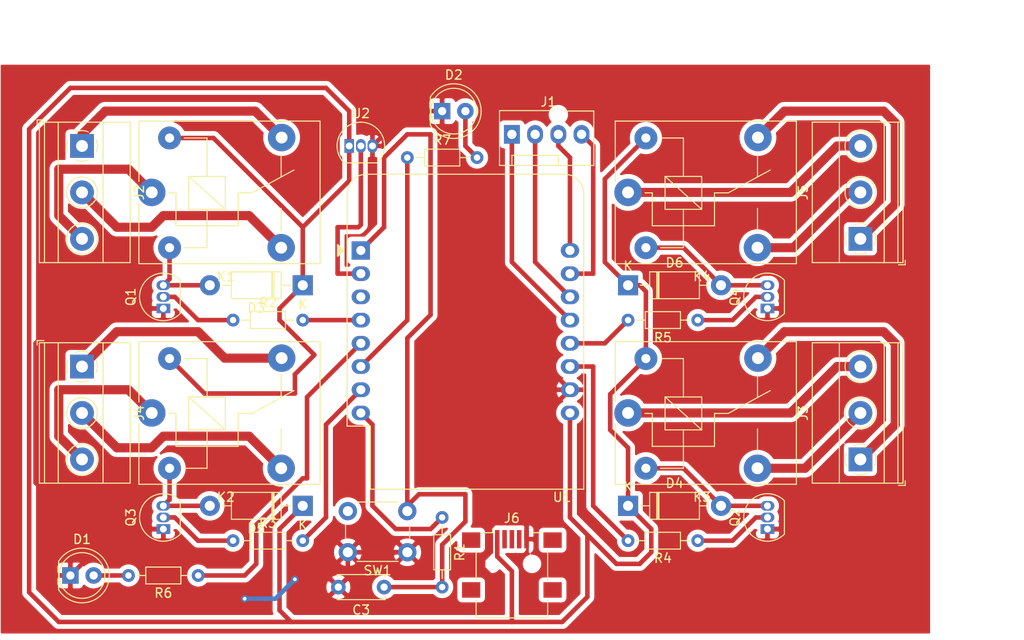
<source format=kicad_pcb>
(kicad_pcb (version 20171130) (host pcbnew 5.1.9+dfsg1-1+deb11u1)
  (layers (0 F.Cu signal) (31 B.Cu signal hide) (34 B.Paste user) (35 F.Paste user) (36 B.SilkS user) (37 F.SilkS user) (38 B.Mask user) (39 F.Mask user) (44 Edge.Cuts user))
  (net 0 "")
  (net 1 "Net-(C3-Pad1)")
  (net 2 GND)
  (net 3 "Net-(D1-Pad2)")
  (net 4 "Net-(D2-Pad2)")
  (net 5 "Net-(D3-Pad2)")
  (net 6 +5V)
  (net 7 "Net-(D4-Pad2)")
  (net 8 "Net-(D5-Pad2)")
  (net 9 "Net-(D6-Pad2)")
  (net 10 "Net-(J1-Pad1)")
  (net 11 "Net-(J1-Pad2)")
  (net 12 "Net-(J1-Pad3)")
  (net 13 "Net-(J1-Pad4)")
  (net 14 "Net-(J2-Pad1)")
  (net 15 "Net-(J2-Pad2)")
  (net 16 "Net-(J2-Pad3)")
  (net 17 "Net-(J3-Pad1)")
  (net 18 "Net-(J3-Pad2)")
  (net 19 "Net-(J3-Pad3)")
  (net 20 "Net-(J4-Pad3)")
  (net 21 "Net-(J4-Pad2)")
  (net 22 "Net-(J4-Pad1)")
  (net 23 "Net-(J5-Pad3)")
  (net 24 "Net-(J5-Pad2)")
  (net 25 "Net-(J5-Pad1)")
  (net 26 "Net-(J6-Pad2)")
  (net 27 "Net-(J6-Pad3)")
  (net 28 "Net-(J6-Pad4)")
  (net 29 "Net-(J6-Pad6)")
  (net 30 "Net-(Q1-Pad2)")
  (net 31 "Net-(Q2-Pad2)")
  (net 32 "Net-(Q3-Pad2)")
  (net 33 "Net-(Q4-Pad2)")
  (net 34 "Net-(R1-Pad1)")
  (net 35 "Net-(R2-Pad2)")
  (net 36 "Net-(R3-Pad2)")
  (net 37 "Net-(R4-Pad2)")
  (net 38 "Net-(R5-Pad2)")
  (net 39 "Net-(R6-Pad1)")
  (net 40 "Net-(R7-Pad1)")
  (net 41 "Net-(U1-Pad2)")
  (net 42 "Net-(U1-Pad3)")
  (module Relay_THT:Relay_SPDT_SANYOU_SRD_Series_Form_C (layer F.Cu) (at 88.9 -487.68)
    (fp_text reference K4 (at 8.1 9.2) (layer F.SilkS))
    (fp_text value SANYOU_SRD_Form_C)
    (pad 1 thru_hole circle (at 0 0 90) (size 3 3) (drill 1.3) (layers *.Cu *.Mask) (net 23 "Net-(J5-Pad3)"))
    (pad 5 thru_hole circle (at 1.95 -5.95 90) (size 2.5 2.5) (drill 1) (layers *.Cu *.Mask) (net 6 +5V))
    (pad 4 thru_hole circle (at 14.2 -6 90) (size 3 3) (drill 1.3) (layers *.Cu *.Mask) (net 25 "Net-(J5-Pad1)"))
    (pad 3 thru_hole circle (at 14.15 6.05 90) (size 3 3) (drill 1.3) (layers *.Cu *.Mask) (net 24 "Net-(J5-Pad2)"))
    (pad 2 thru_hole circle (at 1.95 6.05 90) (size 2.5 2.5) (drill 1) (layers *.Cu *.Mask) (net 9 "Net-(D6-Pad2)"))
  )
  (module TerminalBlock_Phoenix:TerminalBlock_Phoenix_MKDS-1,5-3-5.08_1x03_P5.08mm_Horizontal (layer F.Cu) (at 114.3 -458.47 90)
    (fp_text reference J3 (at 5.08 -6.26 90) (layer F.SilkS))
    (fp_text value Screw_Terminal_01x03)
    (pad 1 thru_hole rect (at 0 0 90) (size 2.6 2.6) (drill 1.3) (layers *.Cu *.Mask) (net 17 "Net-(J3-Pad1)"))
    (pad 2 thru_hole circle (at 5.08 0 90) (size 2.6 2.6) (drill 1.3) (layers *.Cu *.Mask) (net 18 "Net-(J3-Pad2)"))
    (pad 3 thru_hole circle (at 10.16 0 90) (size 2.6 2.6) (drill 1.3) (layers *.Cu *.Mask) (net 19 "Net-(J3-Pad3)"))
  )
  (module Capacitor_THT:C_Disc_D5.0mm_W2.5mm_P5.00mm (layer F.Cu) (at 62.23 -444.5 180)
    (fp_text reference C3 (at 2.5 -2.5) (layer F.SilkS))
    (fp_text value 100nf)
    (pad 1 thru_hole circle (at 0 0 180) (size 1.6 1.6) (drill 0.8) (layers *.Cu *.Mask) (net 1 "Net-(C3-Pad1)"))
    (pad 2 thru_hole circle (at 5 0 180) (size 1.6 1.6) (drill 0.8) (layers *.Cu *.Mask) (net 2 GND))
  )
  (module LED_THT:LED_D5.0mm (layer F.Cu) (at 27.94 -445.77)
    (fp_text reference D1 (at 1.27 -3.96) (layer F.SilkS))
    (fp_text value LED)
    (pad 1 thru_hole rect (at 0 0) (size 1.8 1.8) (drill 0.9) (layers *.Cu *.Mask) (net 2 GND))
    (pad 2 thru_hole circle (at 2.54 0) (size 1.8 1.8) (drill 0.9) (layers *.Cu *.Mask) (net 3 "Net-(D1-Pad2)"))
  )
  (module LED_THT:LED_D5.0mm (layer F.Cu) (at 68.58 -496.57)
    (fp_text reference D2 (at 1.27 -3.96) (layer F.SilkS))
    (fp_text value LED)
    (pad 2 thru_hole circle (at 2.54 0) (size 1.8 1.8) (drill 0.9) (layers *.Cu *.Mask) (net 4 "Net-(D2-Pad2)"))
    (pad 1 thru_hole rect (at 0 0) (size 1.8 1.8) (drill 0.9) (layers *.Cu *.Mask) (net 2 GND))
  )
  (module Diode_THT:D_DO-41_SOD81_P10.16mm_Horizontal (layer F.Cu) (at 53.34 -477.52 180)
    (fp_text reference D3 (at 5.08 -2.47) (layer F.SilkS))
    (fp_text value 1N4001)
    (fp_text user K (at 0 -2.1) (layer F.SilkS))
    (pad 2 thru_hole oval (at 10.16 0 180) (size 2.2 2.2) (drill 1.1) (layers *.Cu *.Mask) (net 5 "Net-(D3-Pad2)"))
    (pad 1 thru_hole rect (at 0 0 180) (size 2.2 2.2) (drill 1.1) (layers *.Cu *.Mask) (net 6 +5V))
  )
  (module Diode_THT:D_DO-41_SOD81_P10.16mm_Horizontal (layer F.Cu) (at 88.9 -453.39)
    (fp_text reference D4 (at 5.08 -2.47) (layer F.SilkS))
    (fp_text value 1N4001)
    (fp_text user K (at 0 -2.1) (layer F.SilkS))
    (pad 1 thru_hole rect (at 0 0) (size 2.2 2.2) (drill 1.1) (layers *.Cu *.Mask) (net 6 +5V))
    (pad 2 thru_hole oval (at 10.16 0) (size 2.2 2.2) (drill 1.1) (layers *.Cu *.Mask) (net 7 "Net-(D4-Pad2)"))
  )
  (module Diode_THT:D_DO-41_SOD81_P10.16mm_Horizontal (layer F.Cu) (at 53.34 -453.39 180)
    (fp_text reference D5 (at 5.08 -2.47) (layer F.SilkS))
    (fp_text value 1N4001)
    (fp_text user K (at 0 -2.1) (layer F.SilkS))
    (pad 2 thru_hole oval (at 10.16 0 180) (size 2.2 2.2) (drill 1.1) (layers *.Cu *.Mask) (net 8 "Net-(D5-Pad2)"))
    (pad 1 thru_hole rect (at 0 0 180) (size 2.2 2.2) (drill 1.1) (layers *.Cu *.Mask) (net 6 +5V))
  )
  (module Diode_THT:D_DO-41_SOD81_P10.16mm_Horizontal (layer F.Cu) (at 88.9 -477.52)
    (fp_text reference D6 (at 5.08 -2.47) (layer F.SilkS))
    (fp_text value 1N4001)
    (fp_text user K (at 0 -2.1) (layer F.SilkS))
    (pad 1 thru_hole rect (at 0 0) (size 2.2 2.2) (drill 1.1) (layers *.Cu *.Mask) (net 6 +5V))
    (pad 2 thru_hole oval (at 10.16 0) (size 2.2 2.2) (drill 1.1) (layers *.Cu *.Mask) (net 9 "Net-(D6-Pad2)"))
  )
  (module Connector:FanPinHeader_1x04_P2.54mm_Vertical (layer F.Cu) (at 76.2 -494.03)
    (fp_text reference J1 (at 4 -3.55) (layer F.SilkS))
    (fp_text value Screw_Terminal_01x04)
    (pad 1 thru_hole rect (at 0 0 90) (size 2.03 1.73) (drill 1.02) (layers *.Cu *.Mask) (net 10 "Net-(J1-Pad1)"))
    (pad 2 thru_hole oval (at 2.54 0 90) (size 2.03 1.73) (drill 1.02) (layers *.Cu *.Mask) (net 11 "Net-(J1-Pad2)"))
    (pad 3 thru_hole oval (at 5.08 0 90) (size 2.03 1.73) (drill 1.02) (layers *.Cu *.Mask) (net 12 "Net-(J1-Pad3)"))
    (pad 4 thru_hole oval (at 7.62 0 90) (size 2.03 1.73) (drill 1.02) (layers *.Cu *.Mask) (net 13 "Net-(J1-Pad4)"))
    (pad "" np_thru_hole circle (at 5.08 -2.16 90) (size 1.1 1.1) (drill 1.1) (layers *.Cu *.Mask))
  )
  (module TerminalBlock_Phoenix:TerminalBlock_Phoenix_MKDS-1,5-3-5.08_1x03_P5.08mm_Horizontal (layer F.Cu) (at 29.21 -492.76 270)
    (fp_text reference J2 (at 5.08 -6.26 90) (layer F.SilkS))
    (fp_text value Screw_Terminal_01x03)
    (pad 1 thru_hole rect (at 0 0 270) (size 2.6 2.6) (drill 1.3) (layers *.Cu *.Mask) (net 14 "Net-(J2-Pad1)"))
    (pad 2 thru_hole circle (at 5.08 0 270) (size 2.6 2.6) (drill 1.3) (layers *.Cu *.Mask) (net 15 "Net-(J2-Pad2)"))
    (pad 3 thru_hole circle (at 10.16 0 270) (size 2.6 2.6) (drill 1.3) (layers *.Cu *.Mask) (net 16 "Net-(J2-Pad3)"))
  )
  (module TerminalBlock_Phoenix:TerminalBlock_Phoenix_MKDS-1,5-3-5.08_1x03_P5.08mm_Horizontal (layer F.Cu) (at 29.21 -468.63 270)
    (fp_text reference J4 (at 5.08 -6.26 90) (layer F.SilkS))
    (fp_text value Screw_Terminal_01x03)
    (pad 3 thru_hole circle (at 10.16 0 270) (size 2.6 2.6) (drill 1.3) (layers *.Cu *.Mask) (net 20 "Net-(J4-Pad3)"))
    (pad 2 thru_hole circle (at 5.08 0 270) (size 2.6 2.6) (drill 1.3) (layers *.Cu *.Mask) (net 21 "Net-(J4-Pad2)"))
    (pad 1 thru_hole rect (at 0 0 270) (size 2.6 2.6) (drill 1.3) (layers *.Cu *.Mask) (net 22 "Net-(J4-Pad1)"))
  )
  (module TerminalBlock_Phoenix:TerminalBlock_Phoenix_MKDS-1,5-3-5.08_1x03_P5.08mm_Horizontal (layer F.Cu) (at 114.3 -482.6 90)
    (fp_text reference J5 (at 5.08 -6.26 90) (layer F.SilkS))
    (fp_text value Screw_Terminal_01x03)
    (pad 3 thru_hole circle (at 10.16 0 90) (size 2.6 2.6) (drill 1.3) (layers *.Cu *.Mask) (net 23 "Net-(J5-Pad3)"))
    (pad 2 thru_hole circle (at 5.08 0 90) (size 2.6 2.6) (drill 1.3) (layers *.Cu *.Mask) (net 24 "Net-(J5-Pad2)"))
    (pad 1 thru_hole rect (at 0 0 90) (size 2.6 2.6) (drill 1.3) (layers *.Cu *.Mask) (net 25 "Net-(J5-Pad1)"))
  )
  (module Connector_USB:USB_Mini-B_Lumberg_2486_01_Horizontal (layer F.Cu) (at 76.2 -447.04)
    (fp_text reference J6 (at 0 -5) (layer F.SilkS))
    (fp_text value USB_B_Mini)
    (pad 1 smd rect (at -1.6 -2.7) (size 0.5 2) (layers F.Cu F.Paste F.Mask) (net 6 +5V))
    (pad 2 smd rect (at -0.8 -2.7) (size 0.5 2) (layers F.Cu F.Paste F.Mask) (net 26 "Net-(J6-Pad2)"))
    (pad 3 smd rect (at 0 -2.7) (size 0.5 2) (layers F.Cu F.Paste F.Mask) (net 27 "Net-(J6-Pad3)"))
    (pad 4 smd rect (at 0.8 -2.7) (size 0.5 2) (layers F.Cu F.Paste F.Mask) (net 28 "Net-(J6-Pad4)"))
    (pad 5 smd rect (at 1.6 -2.7) (size 0.5 2) (layers F.Cu F.Paste F.Mask) (net 2 GND))
    (pad 6 smd rect (at -4.45 -2.6) (size 2 1.7) (layers F.Cu F.Paste F.Mask) (net 29 "Net-(J6-Pad6)"))
    (pad 6 smd rect (at -4.45 2.85) (size 2 1.7) (layers F.Cu F.Paste F.Mask) (net 29 "Net-(J6-Pad6)"))
    (pad 6 smd rect (at 4.45 -2.6) (size 2 1.7) (layers F.Cu F.Paste F.Mask) (net 29 "Net-(J6-Pad6)"))
    (pad 6 smd rect (at 4.45 2.85) (size 2 1.7) (layers F.Cu F.Paste F.Mask) (net 29 "Net-(J6-Pad6)"))
    (pad "" np_thru_hole circle (at -2.2 0) (size 1 1) (drill 1) (layers *.Cu *.Mask))
    (pad "" np_thru_hole circle (at 2.2 0) (size 1 1) (drill 1) (layers *.Cu *.Mask))
  )
  (module Relay_THT:Relay_SPDT_SANYOU_SRD_Series_Form_C (layer F.Cu) (at 36.83 -487.68)
    (fp_text reference K1 (at 8.1 9.2) (layer F.SilkS))
    (fp_text value SANYOU_SRD_Form_C)
    (pad 1 thru_hole circle (at 0 0 90) (size 3 3) (drill 1.3) (layers *.Cu *.Mask) (net 16 "Net-(J2-Pad3)"))
    (pad 5 thru_hole circle (at 1.95 -5.95 90) (size 2.5 2.5) (drill 1) (layers *.Cu *.Mask) (net 6 +5V))
    (pad 4 thru_hole circle (at 14.2 -6 90) (size 3 3) (drill 1.3) (layers *.Cu *.Mask) (net 14 "Net-(J2-Pad1)"))
    (pad 3 thru_hole circle (at 14.15 6.05 90) (size 3 3) (drill 1.3) (layers *.Cu *.Mask) (net 15 "Net-(J2-Pad2)"))
    (pad 2 thru_hole circle (at 1.95 6.05 90) (size 2.5 2.5) (drill 1) (layers *.Cu *.Mask) (net 5 "Net-(D3-Pad2)"))
  )
  (module Relay_THT:Relay_SPDT_SANYOU_SRD_Series_Form_C (layer F.Cu) (at 36.83 -463.55)
    (fp_text reference K2 (at 8.1 9.2) (layer F.SilkS))
    (fp_text value SANYOU_SRD_Form_C)
    (pad 2 thru_hole circle (at 1.95 6.05 90) (size 2.5 2.5) (drill 1) (layers *.Cu *.Mask) (net 8 "Net-(D5-Pad2)"))
    (pad 3 thru_hole circle (at 14.15 6.05 90) (size 3 3) (drill 1.3) (layers *.Cu *.Mask) (net 21 "Net-(J4-Pad2)"))
    (pad 4 thru_hole circle (at 14.2 -6 90) (size 3 3) (drill 1.3) (layers *.Cu *.Mask) (net 22 "Net-(J4-Pad1)"))
    (pad 5 thru_hole circle (at 1.95 -5.95 90) (size 2.5 2.5) (drill 1) (layers *.Cu *.Mask) (net 6 +5V))
    (pad 1 thru_hole circle (at 0 0 90) (size 3 3) (drill 1.3) (layers *.Cu *.Mask) (net 20 "Net-(J4-Pad3)"))
  )
  (module Relay_THT:Relay_SPDT_SANYOU_SRD_Series_Form_C (layer F.Cu) (at 88.9 -463.55)
    (fp_text reference K3 (at 8.1 9.2) (layer F.SilkS))
    (fp_text value SANYOU_SRD_Form_C)
    (pad 2 thru_hole circle (at 1.95 6.05 90) (size 2.5 2.5) (drill 1) (layers *.Cu *.Mask) (net 7 "Net-(D4-Pad2)"))
    (pad 3 thru_hole circle (at 14.15 6.05 90) (size 3 3) (drill 1.3) (layers *.Cu *.Mask) (net 18 "Net-(J3-Pad2)"))
    (pad 4 thru_hole circle (at 14.2 -6 90) (size 3 3) (drill 1.3) (layers *.Cu *.Mask) (net 17 "Net-(J3-Pad1)"))
    (pad 5 thru_hole circle (at 1.95 -5.95 90) (size 2.5 2.5) (drill 1) (layers *.Cu *.Mask) (net 6 +5V))
    (pad 1 thru_hole circle (at 0 0 90) (size 3 3) (drill 1.3) (layers *.Cu *.Mask) (net 19 "Net-(J3-Pad3)"))
  )
  (module Package_TO_SOT_THT:TO-92_Inline (layer F.Cu) (at 38.1 -474.98 90)
    (fp_text reference Q1 (at 1.27 -3.56 90) (layer F.SilkS))
    (fp_text value 2N3904)
    (pad 1 thru_hole rect (at 0 0 90) (size 1.05 1.5) (drill 0.75) (layers *.Cu *.Mask) (net 2 GND))
    (pad 3 thru_hole oval (at 2.54 0 90) (size 1.05 1.5) (drill 0.75) (layers *.Cu *.Mask) (net 5 "Net-(D3-Pad2)"))
    (pad 2 thru_hole oval (at 1.27 0 90) (size 1.05 1.5) (drill 0.75) (layers *.Cu *.Mask) (net 30 "Net-(Q1-Pad2)"))
  )
  (module Package_TO_SOT_THT:TO-92_Inline (layer F.Cu) (at 104.14 -450.85 90)
    (fp_text reference Q2 (at 1.27 -3.56 90) (layer F.SilkS))
    (fp_text value 2N3904)
    (pad 2 thru_hole oval (at 1.27 0 90) (size 1.05 1.5) (drill 0.75) (layers *.Cu *.Mask) (net 31 "Net-(Q2-Pad2)"))
    (pad 3 thru_hole oval (at 2.54 0 90) (size 1.05 1.5) (drill 0.75) (layers *.Cu *.Mask) (net 7 "Net-(D4-Pad2)"))
    (pad 1 thru_hole rect (at 0 0 90) (size 1.05 1.5) (drill 0.75) (layers *.Cu *.Mask) (net 2 GND))
  )
  (module Package_TO_SOT_THT:TO-92_Inline (layer F.Cu) (at 38.1 -450.85 90)
    (fp_text reference Q3 (at 1.27 -3.56 90) (layer F.SilkS))
    (fp_text value 2N3904)
    (pad 2 thru_hole oval (at 1.27 0 90) (size 1.05 1.5) (drill 0.75) (layers *.Cu *.Mask) (net 32 "Net-(Q3-Pad2)"))
    (pad 3 thru_hole oval (at 2.54 0 90) (size 1.05 1.5) (drill 0.75) (layers *.Cu *.Mask) (net 8 "Net-(D5-Pad2)"))
    (pad 1 thru_hole rect (at 0 0 90) (size 1.05 1.5) (drill 0.75) (layers *.Cu *.Mask) (net 2 GND))
  )
  (module Package_TO_SOT_THT:TO-92_Inline (layer F.Cu) (at 104.14 -474.98 90)
    (fp_text reference Q4 (at 1.27 -3.56 90) (layer F.SilkS))
    (fp_text value 2N3904)
    (pad 2 thru_hole oval (at 1.27 0 90) (size 1.05 1.5) (drill 0.75) (layers *.Cu *.Mask) (net 33 "Net-(Q4-Pad2)"))
    (pad 3 thru_hole oval (at 2.54 0 90) (size 1.05 1.5) (drill 0.75) (layers *.Cu *.Mask) (net 9 "Net-(D6-Pad2)"))
    (pad 1 thru_hole rect (at 0 0 90) (size 1.05 1.5) (drill 0.75) (layers *.Cu *.Mask) (net 2 GND))
  )
  (module Resistor_THT:R_Axial_DIN0204_L3.6mm_D1.6mm_P7.62mm_Horizontal (layer F.Cu) (at 68.58 -452.12 270)
    (fp_text reference R1 (at 3.81 -1.92 90) (layer F.SilkS))
    (fp_text value 10k)
    (pad 1 thru_hole circle (at 0 0 270) (size 1.4 1.4) (drill 0.7) (layers *.Cu *.Mask) (net 34 "Net-(R1-Pad1)"))
    (pad 2 thru_hole oval (at 7.62 0 270) (size 1.4 1.4) (drill 0.7) (layers *.Cu *.Mask) (net 1 "Net-(C3-Pad1)"))
  )
  (module Resistor_THT:R_Axial_DIN0204_L3.6mm_D1.6mm_P7.62mm_Horizontal (layer F.Cu) (at 45.72 -473.71)
    (fp_text reference R2 (at 3.81 -1.92) (layer F.SilkS))
    (fp_text value 1k)
    (pad 1 thru_hole circle (at 0 0) (size 1.4 1.4) (drill 0.7) (layers *.Cu *.Mask) (net 30 "Net-(Q1-Pad2)"))
    (pad 2 thru_hole oval (at 7.62 0) (size 1.4 1.4) (drill 0.7) (layers *.Cu *.Mask) (net 35 "Net-(R2-Pad2)"))
  )
  (module Resistor_THT:R_Axial_DIN0204_L3.6mm_D1.6mm_P7.62mm_Horizontal (layer F.Cu) (at 45.72 -449.58)
    (fp_text reference R3 (at 3.81 -1.92) (layer F.SilkS))
    (fp_text value 1k)
    (pad 1 thru_hole circle (at 0 0) (size 1.4 1.4) (drill 0.7) (layers *.Cu *.Mask) (net 32 "Net-(Q3-Pad2)"))
    (pad 2 thru_hole oval (at 7.62 0) (size 1.4 1.4) (drill 0.7) (layers *.Cu *.Mask) (net 36 "Net-(R3-Pad2)"))
  )
  (module Resistor_THT:R_Axial_DIN0204_L3.6mm_D1.6mm_P7.62mm_Horizontal (layer F.Cu) (at 96.52 -449.58 180)
    (fp_text reference R4 (at 3.81 -1.92) (layer F.SilkS))
    (fp_text value 1k)
    (pad 2 thru_hole oval (at 7.62 0 180) (size 1.4 1.4) (drill 0.7) (layers *.Cu *.Mask) (net 37 "Net-(R4-Pad2)"))
    (pad 1 thru_hole circle (at 0 0 180) (size 1.4 1.4) (drill 0.7) (layers *.Cu *.Mask) (net 31 "Net-(Q2-Pad2)"))
  )
  (module Resistor_THT:R_Axial_DIN0204_L3.6mm_D1.6mm_P7.62mm_Horizontal (layer F.Cu) (at 96.52 -473.71 180)
    (fp_text reference R5 (at 3.81 -1.92) (layer F.SilkS))
    (fp_text value 1k)
    (pad 2 thru_hole oval (at 7.62 0 180) (size 1.4 1.4) (drill 0.7) (layers *.Cu *.Mask) (net 38 "Net-(R5-Pad2)"))
    (pad 1 thru_hole circle (at 0 0 180) (size 1.4 1.4) (drill 0.7) (layers *.Cu *.Mask) (net 33 "Net-(Q4-Pad2)"))
  )
  (module Resistor_THT:R_Axial_DIN0204_L3.6mm_D1.6mm_P7.62mm_Horizontal (layer F.Cu) (at 41.91 -445.77 180)
    (fp_text reference R6 (at 3.81 -1.92) (layer F.SilkS))
    (fp_text value 330)
    (pad 2 thru_hole oval (at 7.62 0 180) (size 1.4 1.4) (drill 0.7) (layers *.Cu *.Mask) (net 3 "Net-(D1-Pad2)"))
    (pad 1 thru_hole circle (at 0 0 180) (size 1.4 1.4) (drill 0.7) (layers *.Cu *.Mask) (net 39 "Net-(R6-Pad1)"))
  )
  (module Resistor_THT:R_Axial_DIN0204_L3.6mm_D1.6mm_P7.62mm_Horizontal (layer F.Cu) (at 64.77 -491.49)
    (fp_text reference R7 (at 3.81 -1.92) (layer F.SilkS))
    (fp_text value 330)
    (pad 1 thru_hole circle (at 0 0) (size 1.4 1.4) (drill 0.7) (layers *.Cu *.Mask) (net 40 "Net-(R7-Pad1)"))
    (pad 2 thru_hole oval (at 7.62 0) (size 1.4 1.4) (drill 0.7) (layers *.Cu *.Mask) (net 4 "Net-(D2-Pad2)"))
  )
  (module Button_Switch_THT:SW_PUSH_6mm (layer F.Cu) (at 64.77 -448.31 180)
    (fp_text reference SW1 (at 3.25 -2) (layer F.SilkS))
    (fp_text value SW_Push)
    (pad 2 thru_hole circle (at 0 4.5 270) (size 2 2) (drill 1.1) (layers *.Cu *.Mask) (net 1 "Net-(C3-Pad1)"))
    (pad 1 thru_hole circle (at 0 0 270) (size 2 2) (drill 1.1) (layers *.Cu *.Mask) (net 2 GND))
    (pad 2 thru_hole circle (at 6.5 4.5 270) (size 2 2) (drill 1.1) (layers *.Cu *.Mask) (net 1 "Net-(C3-Pad1)"))
    (pad 1 thru_hole circle (at 6.5 0 270) (size 2 2) (drill 1.1) (layers *.Cu *.Mask) (net 2 GND))
  )
  (module Module:WEMOS_D1_mini_light (layer F.Cu) (at 59.69 -481.33)
    (fp_text reference U1 (at 22 27) (layer F.SilkS))
    (fp_text value WeMos_D1_mini)
    (pad 2 thru_hole oval (at 0 2.54) (size 2 1.6) (drill 1) (layers *.Cu *.Mask) (net 41 "Net-(U1-Pad2)"))
    (pad 1 thru_hole rect (at 0 0) (size 2 2) (drill 1) (layers *.Cu *.Mask) (net 1 "Net-(C3-Pad1)"))
    (pad 3 thru_hole oval (at 0 5.08) (size 2 1.6) (drill 1) (layers *.Cu *.Mask) (net 42 "Net-(U1-Pad3)"))
    (pad 4 thru_hole oval (at 0 7.62) (size 2 1.6) (drill 1) (layers *.Cu *.Mask) (net 35 "Net-(R2-Pad2)"))
    (pad 5 thru_hole oval (at 0 10.16) (size 2 1.6) (drill 1) (layers *.Cu *.Mask) (net 39 "Net-(R6-Pad1)"))
    (pad 6 thru_hole oval (at 0 12.7) (size 2 1.6) (drill 1) (layers *.Cu *.Mask) (net 40 "Net-(R7-Pad1)"))
    (pad 7 thru_hole oval (at 0 15.24) (size 2 1.6) (drill 1) (layers *.Cu *.Mask) (net 36 "Net-(R3-Pad2)"))
    (pad 8 thru_hole oval (at 0 17.78) (size 2 1.6) (drill 1) (layers *.Cu *.Mask) (net 34 "Net-(R1-Pad1)"))
    (pad 9 thru_hole oval (at 22.86 17.78) (size 2 1.6) (drill 1) (layers *.Cu *.Mask) (net 6 +5V))
    (pad 10 thru_hole oval (at 22.86 15.24) (size 2 1.6) (drill 1) (layers *.Cu *.Mask) (net 2 GND))
    (pad 11 thru_hole oval (at 22.86 12.7) (size 2 1.6) (drill 1) (layers *.Cu *.Mask) (net 37 "Net-(R4-Pad2)"))
    (pad 12 thru_hole oval (at 22.86 10.16) (size 2 1.6) (drill 1) (layers *.Cu *.Mask) (net 38 "Net-(R5-Pad2)"))
    (pad 13 thru_hole oval (at 22.86 7.62) (size 2 1.6) (drill 1) (layers *.Cu *.Mask) (net 10 "Net-(J1-Pad1)"))
    (pad 14 thru_hole oval (at 22.86 5.08) (size 2 1.6) (drill 1) (layers *.Cu *.Mask) (net 11 "Net-(J1-Pad2)"))
    (pad 15 thru_hole oval (at 22.86 2.54) (size 2 1.6) (drill 1) (layers *.Cu *.Mask) (net 13 "Net-(J1-Pad4)"))
    (pad 16 thru_hole oval (at 22.86 0) (size 2 1.6) (drill 1) (layers *.Cu *.Mask) (net 12 "Net-(J1-Pad3)"))
  )
  (module Package_TO_SOT_THT:TO-92_Inline (layer F.Cu) (at 58.42 -492.76)
    (fp_text reference U2 (at 1.27 -3.56) (layer F.SilkS))
    (fp_text value LM35-LP)
    (pad 1 thru_hole rect (at 0 0) (size 1.05 1.5) (drill 0.75) (layers *.Cu *.Mask) (net 6 +5V))
    (pad 3 thru_hole oval (at 2.54 0) (size 1.05 1.5) (drill 0.75) (layers *.Cu *.Mask) (net 2 GND))
    (pad 2 thru_hole oval (at 1.27 0) (size 1.05 1.5) (drill 0.75) (layers *.Cu *.Mask) (net 41 "Net-(U1-Pad2)"))
  )
  (segment (start 67.31 -494.03) (end 67.31 -474.282219) (width 0.5) (layer F.Cu) (net 1))
  (segment (start 64.77 -494.03) (end 67.31 -494.03) (width 0.5) (layer F.Cu) (net 1))
  (segment (start 62.23 -491.49) (end 64.77 -494.03) (width 0.5) (layer F.Cu) (net 1))
  (segment (start 67.31 -474.282219) (end 64.77 -471.742219) (width 0.5) (layer F.Cu) (net 1))
  (segment (start 62.23 -483.87) (end 62.23 -491.49) (width 0.5) (layer F.Cu) (net 1))
  (segment (start 59.69 -481.33) (end 62.23 -483.87) (width 0.5) (layer F.Cu) (net 1))
  (segment (start 62.23 -444.5) (end 68.58 -444.5) (width 0.5) (layer F.Cu) (net 1))
  (segment (start 68.58 -449.130002) (end 71.12 -451.670002) (width 0.5) (layer F.Cu) (net 1))
  (segment (start 68.58 -444.5) (end 68.58 -449.130002) (width 0.5) (layer F.Cu) (net 1))
  (segment (start 71.12 -451.670002) (end 71.12 -454.66) (width 0.5) (layer F.Cu) (net 1))
  (segment (start 71.12 -454.66) (end 66.04 -454.66) (width 0.5) (layer F.Cu) (net 1))
  (segment (start 64.77 -453.39) (end 64.77 -452.81) (width 0.5) (layer F.Cu) (net 1))
  (segment (start 66.04 -454.66) (end 64.77 -453.39) (width 0.5) (layer F.Cu) (net 1))
  (segment (start 64.77 -471.742219) (end 64.77 -453.39) (width 0.5) (layer F.Cu) (net 1))
  (segment (start 38.1 -474.98) (end 27.94 -474.98) (width 0.5) (layer F.Cu) (net 2))
  (segment (start 27.94 -474.98) (end 24.13 -471.17) (width 0.5) (layer F.Cu) (net 2))
  (segment (start 24.13 -471.17) (end 24.13 -455.93) (width 0.5) (layer F.Cu) (net 2))
  (segment (start 29.21 -450.85) (end 38.1 -450.85) (width 0.5) (layer F.Cu) (net 2))
  (segment (start 24.13 -455.93) (end 29.21 -450.85) (width 0.5) (layer F.Cu) (net 2))
  (segment (start 104.14 -474.98) (end 119.38 -474.98) (width 0.5) (layer F.Cu) (net 2))
  (segment (start 118.11 -450.85) (end 104.14 -450.85) (width 0.5) (layer F.Cu) (net 2))
  (segment (start 119.38 -452.12) (end 118.11 -450.85) (width 0.5) (layer F.Cu) (net 2))
  (segment (start 64.77 -496.57) (end 60.96 -492.76) (width 0.5) (layer F.Cu) (net 2))
  (segment (start 68.58 -496.57) (end 64.77 -496.57) (width 0.5) (layer F.Cu) (net 2))
  (segment (start 58.27 -448.31) (end 64.77 -448.31) (width 0.5) (layer F.Cu) (net 2))
  (segment (start 58.27 -445.54) (end 57.23 -444.5) (width 0.5) (layer F.Cu) (net 2))
  (segment (start 58.27 -448.31) (end 58.27 -445.54) (width 0.5) (layer F.Cu) (net 2))
  (segment (start 27.94 -445.77) (end 33.02 -450.85) (width 0.5) (layer F.Cu) (net 2))
  (segment (start 33.02 -450.85) (end 38.1 -450.85) (width 0.5) (layer F.Cu) (net 2))
  (segment (start 82.55 -466.09) (end 77.8 -461.34) (width 0.5) (layer F.Cu) (net 2))
  (segment (start 82.55 -466.09) (end 68.58 -480.06) (width 0.5) (layer F.Cu) (net 2))
  (segment (start 68.58 -480.06) (end 68.58 -496.57) (width 0.5) (layer F.Cu) (net 2))
  (segment (start 68.58 -496.57) (end 68.58 -499.11) (width 0.5) (layer F.Cu) (net 2))
  (segment (start 68.58 -499.11) (end 118.11 -499.11) (width 0.5) (layer F.Cu) (net 2))
  (segment (start 119.38 -497.84) (end 119.38 -473.71) (width 0.5) (layer F.Cu) (net 2))
  (segment (start 118.11 -499.11) (end 119.38 -497.84) (width 0.5) (layer F.Cu) (net 2))
  (segment (start 119.38 -473.71) (end 119.38 -452.12) (width 0.5) (layer F.Cu) (net 2))
  (segment (start 119.38 -474.98) (end 119.38 -473.71) (width 0.5) (layer F.Cu) (net 2))
  (segment (start 63.355787 -448.31) (end 59.69 -444.644213) (width 0.5) (layer F.Cu) (net 2))
  (segment (start 64.77 -448.31) (end 63.355787 -448.31) (width 0.5) (layer F.Cu) (net 2))
  (segment (start 59.69 -444.644213) (end 62.374213 -441.96) (width 0.5) (layer F.Cu) (net 2))
  (segment (start 62.374213 -441.96) (end 74.93 -441.96) (width 0.5) (layer F.Cu) (net 2))
  (segment (start 76.519998 -453.72) (end 77.8 -453.72) (width 0.5) (layer F.Cu) (net 2))
  (segment (start 73.899999 -451.100001) (end 76.519998 -453.72) (width 0.5) (layer F.Cu) (net 2))
  (segment (start 73.899999 -448.346001) (end 73.899999 -451.100001) (width 0.5) (layer F.Cu) (net 2))
  (segment (start 73.049999 -447.496001) (end 73.899999 -448.346001) (width 0.5) (layer F.Cu) (net 2))
  (segment (start 73.049999 -446.583999) (end 73.049999 -447.496001) (width 0.5) (layer F.Cu) (net 2))
  (segment (start 74.93 -444.703998) (end 73.049999 -446.583999) (width 0.5) (layer F.Cu) (net 2))
  (segment (start 74.93 -441.96) (end 74.93 -444.703998) (width 0.5) (layer F.Cu) (net 2))
  (segment (start 77.8 -453.72) (end 77.8 -449.74) (width 0.5) (layer F.Cu) (net 2))
  (segment (start 77.8 -461.34) (end 77.8 -453.72) (width 0.5) (layer F.Cu) (net 2))
  (segment (start 38.1 -450.85) (end 38.1 -443.23) (width 0.5) (layer F.Cu) (net 2))
  (segment (start 38.1 -443.23) (end 46.99 -443.23) (width 0.5) (layer F.Cu) (net 2))
  (segment (start 46.99 -443.23) (end 46.99 -443.23) (width 0.5) (layer F.Cu) (net 2))
  (via (at 46.99 -443.23) (size 0.8) (drill 0.4) (layers F.Cu B.Cu) (net 2))
  (segment (start 57.23 -444.5) (end 56.379999 -445.350001) (width 0.5) (layer F.Cu) (net 2))
  (segment (start 56.379999 -445.350001) (end 52.478001 -445.350001) (width 0.5) (layer F.Cu) (net 2))
  (segment (start 52.478001 -445.350001) (end 52.478001 -445.350001) (width 0.5) (layer F.Cu) (net 2))
  (via (at 52.478001 -445.350001) (size 0.8) (drill 0.4) (layers F.Cu B.Cu) (net 2))
  (segment (start 50.358 -443.23) (end 52.478001 -445.350001) (width 0.5) (layer B.Cu) (net 2))
  (segment (start 46.99 -443.23) (end 50.358 -443.23) (width 0.5) (layer B.Cu) (net 2))
  (segment (start 30.48 -445.77) (end 34.29 -445.77) (width 0.5) (layer F.Cu) (net 3))
  (segment (start 71.12 -492.76) (end 72.39 -491.49) (width 0.5) (layer F.Cu) (net 4))
  (segment (start 71.12 -496.57) (end 71.12 -492.76) (width 0.5) (layer F.Cu) (net 4))
  (segment (start 38.78 -478.2) (end 38.1 -477.52) (width 0.5) (layer F.Cu) (net 5))
  (segment (start 38.78 -481.63) (end 38.78 -478.2) (width 0.5) (layer F.Cu) (net 5))
  (segment (start 43.18 -477.52) (end 38.1 -477.52) (width 0.5) (layer F.Cu) (net 5))
  (segment (start 38.78 -493.63) (end 43.58 -493.63) (width 0.5) (layer F.Cu) (net 6))
  (segment (start 53.34 -483.87) (end 53.34 -477.52) (width 0.5) (layer F.Cu) (net 6))
  (segment (start 43.58 -493.63) (end 53.34 -483.87) (width 0.5) (layer F.Cu) (net 6))
  (segment (start 90.85 -493.63) (end 86.36 -489.14) (width 0.5) (layer F.Cu) (net 6))
  (segment (start 86.36 -480.06) (end 88.9 -477.52) (width 0.5) (layer F.Cu) (net 6))
  (segment (start 86.36 -489.14) (end 86.36 -480.06) (width 0.5) (layer F.Cu) (net 6))
  (segment (start 88.9 -477.52) (end 90.17 -477.52) (width 0.5) (layer F.Cu) (net 6))
  (segment (start 90.85 -476.84) (end 90.85 -469.5) (width 0.5) (layer F.Cu) (net 6))
  (segment (start 90.17 -477.52) (end 90.85 -476.84) (width 0.5) (layer F.Cu) (net 6))
  (segment (start 88.9 -453.39) (end 88.9 -459.74) (width 0.5) (layer F.Cu) (net 6))
  (segment (start 86.949999 -465.599999) (end 90.85 -469.5) (width 0.5) (layer F.Cu) (net 6))
  (segment (start 86.949999 -461.690001) (end 86.949999 -465.599999) (width 0.5) (layer F.Cu) (net 6))
  (segment (start 88.9 -459.74) (end 86.949999 -461.690001) (width 0.5) (layer F.Cu) (net 6))
  (segment (start 90.17 -447.04) (end 91.44 -448.31) (width 0.5) (layer F.Cu) (net 6))
  (segment (start 91.44 -448.31) (end 91.44 -450.85) (width 0.5) (layer F.Cu) (net 6))
  (segment (start 87.63 -447.04) (end 90.17 -447.04) (width 0.5) (layer F.Cu) (net 6))
  (segment (start 91.44 -450.85) (end 88.9 -453.39) (width 0.5) (layer F.Cu) (net 6))
  (segment (start 82.55 -463.55) (end 82.55 -452.12) (width 0.5) (layer F.Cu) (net 6))
  (segment (start 58.42 -492.76) (end 58.42 -488.95) (width 0.5) (layer F.Cu) (net 6))
  (segment (start 58.42 -488.95) (end 53.34 -483.87) (width 0.5) (layer F.Cu) (net 6))
  (segment (start 74.6 -447.846002) (end 76.2 -446.246002) (width 0.5) (layer F.Cu) (net 6))
  (segment (start 74.6 -449.74) (end 74.6 -447.846002) (width 0.5) (layer F.Cu) (net 6))
  (segment (start 76.2 -446.246002) (end 76.2 -440.69) (width 0.5) (layer F.Cu) (net 6))
  (segment (start 84.455 -443.432998) (end 84.455 -450.215) (width 0.5) (layer F.Cu) (net 6))
  (segment (start 81.712002 -440.69) (end 84.455 -443.432998) (width 0.5) (layer F.Cu) (net 6))
  (segment (start 76.2 -440.69) (end 81.712002 -440.69) (width 0.5) (layer F.Cu) (net 6))
  (segment (start 84.455 -450.215) (end 87.63 -447.04) (width 0.5) (layer F.Cu) (net 6))
  (segment (start 82.55 -452.12) (end 84.455 -450.215) (width 0.5) (layer F.Cu) (net 6))
  (segment (start 53.34 -453.39) (end 50.8 -450.85) (width 0.5) (layer F.Cu) (net 6))
  (segment (start 50.8 -450.85) (end 50.8 -441.96) (width 0.5) (layer F.Cu) (net 6))
  (segment (start 52.07 -440.69) (end 76.2 -440.69) (width 0.5) (layer F.Cu) (net 6))
  (segment (start 50.8 -441.96) (end 52.07 -440.69) (width 0.5) (layer F.Cu) (net 6))
  (segment (start 58.42 -492.76) (end 58.42 -496.57) (width 0.5) (layer F.Cu) (net 6))
  (segment (start 42.603001 -465.676999) (end 38.78 -469.5) (width 0.5) (layer F.Cu) (net 6))
  (segment (start 54.61 -469.9) (end 52.483001 -467.773001) (width 0.5) (layer F.Cu) (net 6))
  (segment (start 50.8 -473.71) (end 54.61 -469.9) (width 0.5) (layer F.Cu) (net 6))
  (segment (start 52.483001 -467.773001) (end 52.483001 -465.676999) (width 0.5) (layer F.Cu) (net 6))
  (segment (start 50.8 -474.98) (end 50.8 -473.71) (width 0.5) (layer F.Cu) (net 6))
  (segment (start 52.483001 -465.676999) (end 42.603001 -465.676999) (width 0.5) (layer F.Cu) (net 6))
  (segment (start 53.34 -477.52) (end 50.8 -474.98) (width 0.5) (layer F.Cu) (net 6))
  (segment (start 55.88 -499.11) (end 57.15 -497.84) (width 0.5) (layer F.Cu) (net 6))
  (segment (start 27.94 -499.11) (end 55.88 -499.11) (width 0.5) (layer F.Cu) (net 6))
  (segment (start 23.42999 -494.59999) (end 27.94 -499.11) (width 0.5) (layer F.Cu) (net 6))
  (segment (start 23.42999 -443.93001) (end 23.42999 -494.59999) (width 0.5) (layer F.Cu) (net 6))
  (segment (start 57.15 -497.84) (end 57.785 -497.205) (width 0.5) (layer F.Cu) (net 6))
  (segment (start 26.67 -440.69) (end 23.42999 -443.93001) (width 0.5) (layer F.Cu) (net 6))
  (segment (start 52.07 -440.69) (end 26.67 -440.69) (width 0.5) (layer F.Cu) (net 6))
  (segment (start 57.785 -497.205) (end 57.46999 -497.52001) (width 0.5) (layer F.Cu) (net 6))
  (segment (start 58.42 -496.57) (end 57.785 -497.205) (width 0.5) (layer F.Cu) (net 6))
  (segment (start 104.14 -453.39) (end 99.06 -453.39) (width 0.5) (layer F.Cu) (net 7))
  (segment (start 94.95 -457.5) (end 99.06 -453.39) (width 0.5) (layer F.Cu) (net 7))
  (segment (start 90.85 -457.5) (end 94.95 -457.5) (width 0.5) (layer F.Cu) (net 7))
  (segment (start 38.78 -454.07) (end 38.1 -453.39) (width 0.5) (layer F.Cu) (net 8))
  (segment (start 38.78 -457.5) (end 38.78 -454.07) (width 0.5) (layer F.Cu) (net 8))
  (segment (start 43.18 -453.39) (end 38.1 -453.39) (width 0.5) (layer F.Cu) (net 8))
  (segment (start 104.14 -477.52) (end 99.06 -477.52) (width 0.5) (layer F.Cu) (net 9))
  (segment (start 94.95 -481.63) (end 99.06 -477.52) (width 0.5) (layer F.Cu) (net 9))
  (segment (start 90.85 -481.63) (end 94.95 -481.63) (width 0.5) (layer F.Cu) (net 9))
  (segment (start 76.2 -480.06) (end 76.2 -494.03) (width 0.5) (layer F.Cu) (net 10))
  (segment (start 82.55 -473.71) (end 76.2 -480.06) (width 0.5) (layer F.Cu) (net 10))
  (segment (start 78.74 -480.06) (end 78.74 -494.03) (width 0.5) (layer F.Cu) (net 11))
  (segment (start 82.55 -476.25) (end 78.74 -480.06) (width 0.5) (layer F.Cu) (net 11))
  (segment (start 81.28 -494.03) (end 81.28 -492.76) (width 0.5) (layer F.Cu) (net 12))
  (segment (start 82.55 -491.49) (end 82.55 -481.33) (width 0.5) (layer F.Cu) (net 12))
  (segment (start 81.28 -492.76) (end 82.55 -491.49) (width 0.5) (layer F.Cu) (net 12))
  (segment (start 83.82 -494.03) (end 85.09 -492.76) (width 0.5) (layer F.Cu) (net 13))
  (segment (start 85.09 -492.76) (end 85.09 -478.79) (width 0.5) (layer F.Cu) (net 13))
  (segment (start 85.09 -478.79) (end 82.55 -478.79) (width 0.5) (layer F.Cu) (net 13))
  (segment (start 29.21 -492.76) (end 29.21 -494.03) (width 1) (layer F.Cu) (net 14))
  (segment (start 48.14 -496.57) (end 51.03 -493.68) (width 1) (layer F.Cu) (net 14))
  (segment (start 29.21 -494.03) (end 31.75 -496.57) (width 1) (layer F.Cu) (net 14))
  (segment (start 31.75 -496.57) (end 48.14 -496.57) (width 1) (layer F.Cu) (net 14))
  (segment (start 38.1 -485.14) (end 47.47 -485.14) (width 1) (layer F.Cu) (net 15))
  (segment (start 47.47 -485.14) (end 50.98 -481.63) (width 1) (layer F.Cu) (net 15))
  (segment (start 36.83 -483.87) (end 38.1 -485.14) (width 1) (layer F.Cu) (net 15))
  (segment (start 33.02 -483.87) (end 36.83 -483.87) (width 1) (layer F.Cu) (net 15))
  (segment (start 29.21 -487.68) (end 33.02 -483.87) (width 1) (layer F.Cu) (net 15))
  (segment (start 26.67 -490.22) (end 34.29 -490.22) (width 1) (layer F.Cu) (net 16))
  (segment (start 34.29 -490.22) (end 36.83 -487.68) (width 1) (layer F.Cu) (net 16))
  (segment (start 26.67 -485.14) (end 26.67 -490.22) (width 1) (layer F.Cu) (net 16))
  (segment (start 29.21 -482.6) (end 26.67 -485.14) (width 1) (layer F.Cu) (net 16))
  (segment (start 118.11 -471.17) (end 118.11 -462.28) (width 1) (layer F.Cu) (net 17))
  (segment (start 118.11 -462.28) (end 114.3 -458.47) (width 1) (layer F.Cu) (net 17))
  (segment (start 116.84 -472.44) (end 118.11 -471.17) (width 1) (layer F.Cu) (net 17))
  (segment (start 105.99 -472.44) (end 116.84 -472.44) (width 1) (layer F.Cu) (net 17))
  (segment (start 103.1 -469.55) (end 105.99 -472.44) (width 1) (layer F.Cu) (net 17))
  (segment (start 108.25 -457.5) (end 114.3 -463.55) (width 1) (layer F.Cu) (net 18))
  (segment (start 103.05 -457.5) (end 108.25 -457.5) (width 1) (layer F.Cu) (net 18))
  (segment (start 88.9 -463.55) (end 106.68 -463.55) (width 1) (layer F.Cu) (net 19))
  (segment (start 111.76 -468.63) (end 114.3 -468.63) (width 1) (layer F.Cu) (net 19))
  (segment (start 106.68 -463.55) (end 111.76 -468.63) (width 1) (layer F.Cu) (net 19))
  (segment (start 34.29 -466.09) (end 36.83 -463.55) (width 1) (layer F.Cu) (net 20))
  (segment (start 26.67 -466.09) (end 34.29 -466.09) (width 1) (layer F.Cu) (net 20))
  (segment (start 26.67 -461.01) (end 26.67 -466.09) (width 1) (layer F.Cu) (net 20))
  (segment (start 29.21 -458.47) (end 26.67 -461.01) (width 1) (layer F.Cu) (net 20))
  (segment (start 29.21 -463.55) (end 33.02 -459.74) (width 1) (layer F.Cu) (net 21))
  (segment (start 33.02 -459.74) (end 36.83 -459.74) (width 1) (layer F.Cu) (net 21))
  (segment (start 36.83 -459.74) (end 38.1 -461.01) (width 1) (layer F.Cu) (net 21))
  (segment (start 47.47 -461.01) (end 50.98 -457.5) (width 1) (layer F.Cu) (net 21))
  (segment (start 38.1 -461.01) (end 47.47 -461.01) (width 1) (layer F.Cu) (net 21))
  (segment (start 29.21 -468.63) (end 33.02 -472.44) (width 1) (layer F.Cu) (net 22))
  (segment (start 33.02 -472.44) (end 41.91 -472.44) (width 1) (layer F.Cu) (net 22))
  (segment (start 44.8 -469.55) (end 51.03 -469.55) (width 1) (layer F.Cu) (net 22))
  (segment (start 41.91 -472.44) (end 44.8 -469.55) (width 1) (layer F.Cu) (net 22))
  (segment (start 88.9 -487.68) (end 106.68 -487.68) (width 1) (layer F.Cu) (net 23))
  (segment (start 111.76 -492.76) (end 114.3 -492.76) (width 1) (layer F.Cu) (net 23))
  (segment (start 106.68 -487.68) (end 111.76 -492.76) (width 1) (layer F.Cu) (net 23))
  (segment (start 103.05 -481.63) (end 106.98 -481.63) (width 1) (layer F.Cu) (net 24))
  (segment (start 113.03 -487.68) (end 114.3 -487.68) (width 1) (layer F.Cu) (net 24))
  (segment (start 106.98 -481.63) (end 113.03 -487.68) (width 1) (layer F.Cu) (net 24))
  (segment (start 103.1 -493.68) (end 105.99 -496.57) (width 1) (layer F.Cu) (net 25))
  (segment (start 105.99 -496.57) (end 116.84 -496.57) (width 1) (layer F.Cu) (net 25))
  (segment (start 116.84 -496.57) (end 118.11 -495.3) (width 1) (layer F.Cu) (net 25))
  (segment (start 118.11 -486.41) (end 114.3 -482.6) (width 1) (layer F.Cu) (net 25))
  (segment (start 118.11 -495.3) (end 118.11 -486.41) (width 1) (layer F.Cu) (net 25))
  (segment (start 41.89 -473.71) (end 45.72 -473.71) (width 0.5) (layer F.Cu) (net 30))
  (segment (start 39.35 -476.25) (end 41.89 -473.71) (width 0.5) (layer F.Cu) (net 30))
  (segment (start 38.1 -476.25) (end 39.35 -476.25) (width 0.5) (layer F.Cu) (net 30))
  (segment (start 96.52 -449.58) (end 100.33 -449.58) (width 0.5) (layer F.Cu) (net 31))
  (segment (start 102.87 -452.12) (end 104.14 -452.12) (width 0.5) (layer F.Cu) (net 31))
  (segment (start 100.33 -449.58) (end 102.87 -452.12) (width 0.5) (layer F.Cu) (net 31))
  (segment (start 41.89 -449.58) (end 45.72 -449.58) (width 0.5) (layer F.Cu) (net 32))
  (segment (start 39.35 -452.12) (end 41.89 -449.58) (width 0.5) (layer F.Cu) (net 32))
  (segment (start 38.1 -452.12) (end 39.35 -452.12) (width 0.5) (layer F.Cu) (net 32))
  (segment (start 96.52 -473.71) (end 100.33 -473.71) (width 0.5) (layer F.Cu) (net 33))
  (segment (start 102.87 -476.25) (end 104.14 -476.25) (width 0.5) (layer F.Cu) (net 33))
  (segment (start 100.33 -473.71) (end 102.87 -476.25) (width 0.5) (layer F.Cu) (net 33))
  (segment (start 67.31 -450.85) (end 68.58 -452.12) (width 0.5) (layer F.Cu) (net 34))
  (segment (start 63.5 -450.85) (end 67.31 -450.85) (width 0.5) (layer F.Cu) (net 34))
  (segment (start 60.96 -453.39) (end 63.5 -450.85) (width 0.5) (layer F.Cu) (net 34))
  (segment (start 60.96 -462.28) (end 60.96 -453.39) (width 0.5) (layer F.Cu) (net 34))
  (segment (start 59.69 -463.55) (end 60.96 -462.28) (width 0.5) (layer F.Cu) (net 34))
  (segment (start 53.34 -473.71) (end 59.69 -473.71) (width 0.5) (layer F.Cu) (net 35))
  (segment (start 53.34 -449.58) (end 55.88 -452.12) (width 0.5) (layer F.Cu) (net 36))
  (segment (start 55.88 -462.28) (end 59.69 -466.09) (width 0.5) (layer F.Cu) (net 36))
  (segment (start 55.88 -452.12) (end 55.88 -462.28) (width 0.5) (layer F.Cu) (net 36))
  (segment (start 82.55 -468.63) (end 85.09 -468.63) (width 0.5) (layer F.Cu) (net 37))
  (segment (start 85.09 -453.39) (end 88.9 -449.58) (width 0.5) (layer F.Cu) (net 37))
  (segment (start 85.09 -468.63) (end 85.09 -453.39) (width 0.5) (layer F.Cu) (net 37))
  (segment (start 86.36 -471.17) (end 88.9 -473.71) (width 0.5) (layer F.Cu) (net 38))
  (segment (start 82.55 -471.17) (end 86.36 -471.17) (width 0.5) (layer F.Cu) (net 38))
  (segment (start 41.91 -445.77) (end 46.99 -445.77) (width 0.5) (layer F.Cu) (net 39))
  (segment (start 46.99 -445.77) (end 48.26 -447.04) (width 0.5) (layer F.Cu) (net 39))
  (segment (start 48.26 -451.320002) (end 53.34 -456.400002) (width 0.5) (layer F.Cu) (net 39))
  (segment (start 48.26 -447.04) (end 48.26 -451.320002) (width 0.5) (layer F.Cu) (net 39))
  (segment (start 53.34 -456.400002) (end 53.810002 -456.400002) (width 0.5) (layer F.Cu) (net 39))
  (segment (start 53.810002 -465.290002) (end 59.69 -471.17) (width 0.5) (layer F.Cu) (net 39))
  (segment (start 53.810002 -456.400002) (end 53.810002 -465.290002) (width 0.5) (layer F.Cu) (net 39))
  (segment (start 64.77 -473.71) (end 59.69 -468.63) (width 0.5) (layer F.Cu) (net 40))
  (segment (start 64.77 -491.49) (end 64.77 -473.71) (width 0.5) (layer F.Cu) (net 40))
  (segment (start 59.69 -484.140002) (end 59.419998 -483.87) (width 0.5) (layer F.Cu) (net 41))
  (segment (start 59.69 -492.76) (end 59.69 -484.140002) (width 0.5) (layer F.Cu) (net 41))
  (segment (start 59.419998 -483.87) (end 57.15 -483.87) (width 0.5) (layer F.Cu) (net 41))
  (segment (start 57.15 -483.87) (end 57.15 -478.79) (width 0.5) (layer F.Cu) (net 41))
  (segment (start 57.15 -478.79) (end 59.69 -478.79) (width 0.5) (layer F.Cu) (net 41))
  (zone (net 2) (net_name GND) (layer F.Cu) (connect_pads (clearance 0.508)) (min_thickness 0.254) (fill yes (arc_segments 32) (thermal_gap 0.508) (thermal_bridge_width 0.508))
    (polygon (pts (xy 121.92 -439.42) (xy 20.32 -439.42) (xy 20.32 -501.65) (xy 121.92 -501.65)))
  )
)
</source>
